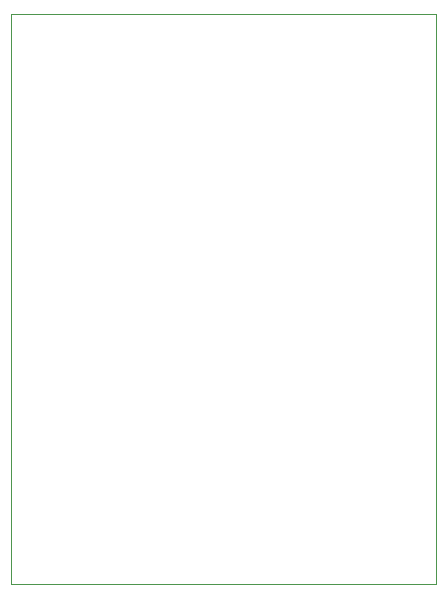
<source format=gbr>
G04 #@! TF.GenerationSoftware,KiCad,Pcbnew,5.1.5+dfsg1-2build2*
G04 #@! TF.CreationDate,2021-10-04T21:53:14-05:00*
G04 #@! TF.ProjectId,SA818_DIL,53413831-385f-4444-994c-2e6b69636164,rev?*
G04 #@! TF.SameCoordinates,Original*
G04 #@! TF.FileFunction,Profile,NP*
%FSLAX46Y46*%
G04 Gerber Fmt 4.6, Leading zero omitted, Abs format (unit mm)*
G04 Created by KiCad (PCBNEW 5.1.5+dfsg1-2build2) date 2021-10-04 21:53:14*
%MOMM*%
%LPD*%
G04 APERTURE LIST*
%ADD10C,0.050000*%
G04 APERTURE END LIST*
D10*
X136000000Y-100000000D02*
X136000000Y-148260000D01*
X100000000Y-148260000D02*
X136000000Y-148260000D01*
X100000000Y-100000000D02*
X100000000Y-148260000D01*
X100000000Y-100000000D02*
X136000000Y-100000000D01*
M02*

</source>
